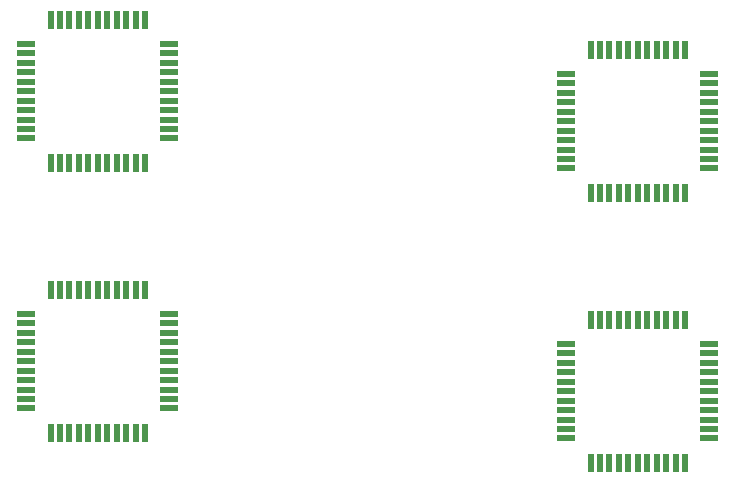
<source format=gbr>
%TF.GenerationSoftware,KiCad,Pcbnew,(6.0.2-0)*%
%TF.CreationDate,2022-06-16T00:13:51-05:00*%
%TF.ProjectId,stein gate pcb,73746569-6e20-4676-9174-65207063622e,rev?*%
%TF.SameCoordinates,Original*%
%TF.FileFunction,Paste,Top*%
%TF.FilePolarity,Positive*%
%FSLAX46Y46*%
G04 Gerber Fmt 4.6, Leading zero omitted, Abs format (unit mm)*
G04 Created by KiCad (PCBNEW (6.0.2-0)) date 2022-06-16 00:13:51*
%MOMM*%
%LPD*%
G01*
G04 APERTURE LIST*
%ADD10R,1.500000X0.520000*%
%ADD11R,0.520000X1.500000*%
G04 APERTURE END LIST*
D10*
%TO.C,U1*%
X112730000Y-113220000D03*
X112730000Y-112420000D03*
X112730000Y-111620000D03*
X112730000Y-110820000D03*
X112730000Y-110020000D03*
X112730000Y-109220000D03*
X112730000Y-108420000D03*
X112730000Y-107620000D03*
X112730000Y-106820000D03*
X112730000Y-106020000D03*
X112730000Y-105220000D03*
D11*
X110680000Y-103170000D03*
X109880000Y-103170000D03*
X109080000Y-103170000D03*
X108280000Y-103170000D03*
X107480000Y-103170000D03*
X106680000Y-103170000D03*
X105880000Y-103170000D03*
X105080000Y-103170000D03*
X104280000Y-103170000D03*
X103480000Y-103170000D03*
X102680000Y-103170000D03*
D10*
X100630000Y-105220000D03*
X100630000Y-106020000D03*
X100630000Y-106820000D03*
X100630000Y-107620000D03*
X100630000Y-108420000D03*
X100630000Y-109220000D03*
X100630000Y-110020000D03*
X100630000Y-110820000D03*
X100630000Y-111620000D03*
X100630000Y-112420000D03*
X100630000Y-113220000D03*
D11*
X102680000Y-115270000D03*
X103480000Y-115270000D03*
X104280000Y-115270000D03*
X105080000Y-115270000D03*
X105880000Y-115270000D03*
X106680000Y-115270000D03*
X107480000Y-115270000D03*
X108280000Y-115270000D03*
X109080000Y-115270000D03*
X109880000Y-115270000D03*
X110680000Y-115270000D03*
%TD*%
D10*
%TO.C,U5*%
X158450000Y-92900000D03*
X158450000Y-92100000D03*
X158450000Y-91300000D03*
X158450000Y-90500000D03*
X158450000Y-89700000D03*
X158450000Y-88900000D03*
X158450000Y-88100000D03*
X158450000Y-87300000D03*
X158450000Y-86500000D03*
X158450000Y-85700000D03*
X158450000Y-84900000D03*
D11*
X156400000Y-82850000D03*
X155600000Y-82850000D03*
X154800000Y-82850000D03*
X154000000Y-82850000D03*
X153200000Y-82850000D03*
X152400000Y-82850000D03*
X151600000Y-82850000D03*
X150800000Y-82850000D03*
X150000000Y-82850000D03*
X149200000Y-82850000D03*
X148400000Y-82850000D03*
D10*
X146350000Y-84900000D03*
X146350000Y-85700000D03*
X146350000Y-86500000D03*
X146350000Y-87300000D03*
X146350000Y-88100000D03*
X146350000Y-88900000D03*
X146350000Y-89700000D03*
X146350000Y-90500000D03*
X146350000Y-91300000D03*
X146350000Y-92100000D03*
X146350000Y-92900000D03*
D11*
X148400000Y-94950000D03*
X149200000Y-94950000D03*
X150000000Y-94950000D03*
X150800000Y-94950000D03*
X151600000Y-94950000D03*
X152400000Y-94950000D03*
X153200000Y-94950000D03*
X154000000Y-94950000D03*
X154800000Y-94950000D03*
X155600000Y-94950000D03*
X156400000Y-94950000D03*
%TD*%
D10*
%TO.C,U3*%
X112730000Y-90360000D03*
X112730000Y-89560000D03*
X112730000Y-88760000D03*
X112730000Y-87960000D03*
X112730000Y-87160000D03*
X112730000Y-86360000D03*
X112730000Y-85560000D03*
X112730000Y-84760000D03*
X112730000Y-83960000D03*
X112730000Y-83160000D03*
X112730000Y-82360000D03*
D11*
X110680000Y-80310000D03*
X109880000Y-80310000D03*
X109080000Y-80310000D03*
X108280000Y-80310000D03*
X107480000Y-80310000D03*
X106680000Y-80310000D03*
X105880000Y-80310000D03*
X105080000Y-80310000D03*
X104280000Y-80310000D03*
X103480000Y-80310000D03*
X102680000Y-80310000D03*
D10*
X100630000Y-82360000D03*
X100630000Y-83160000D03*
X100630000Y-83960000D03*
X100630000Y-84760000D03*
X100630000Y-85560000D03*
X100630000Y-86360000D03*
X100630000Y-87160000D03*
X100630000Y-87960000D03*
X100630000Y-88760000D03*
X100630000Y-89560000D03*
X100630000Y-90360000D03*
D11*
X102680000Y-92410000D03*
X103480000Y-92410000D03*
X104280000Y-92410000D03*
X105080000Y-92410000D03*
X105880000Y-92410000D03*
X106680000Y-92410000D03*
X107480000Y-92410000D03*
X108280000Y-92410000D03*
X109080000Y-92410000D03*
X109880000Y-92410000D03*
X110680000Y-92410000D03*
%TD*%
D10*
%TO.C,U4*%
X158450000Y-115760000D03*
X158450000Y-114960000D03*
X158450000Y-114160000D03*
X158450000Y-113360000D03*
X158450000Y-112560000D03*
X158450000Y-111760000D03*
X158450000Y-110960000D03*
X158450000Y-110160000D03*
X158450000Y-109360000D03*
X158450000Y-108560000D03*
X158450000Y-107760000D03*
D11*
X156400000Y-105710000D03*
X155600000Y-105710000D03*
X154800000Y-105710000D03*
X154000000Y-105710000D03*
X153200000Y-105710000D03*
X152400000Y-105710000D03*
X151600000Y-105710000D03*
X150800000Y-105710000D03*
X150000000Y-105710000D03*
X149200000Y-105710000D03*
X148400000Y-105710000D03*
D10*
X146350000Y-107760000D03*
X146350000Y-108560000D03*
X146350000Y-109360000D03*
X146350000Y-110160000D03*
X146350000Y-110960000D03*
X146350000Y-111760000D03*
X146350000Y-112560000D03*
X146350000Y-113360000D03*
X146350000Y-114160000D03*
X146350000Y-114960000D03*
X146350000Y-115760000D03*
D11*
X148400000Y-117810000D03*
X149200000Y-117810000D03*
X150000000Y-117810000D03*
X150800000Y-117810000D03*
X151600000Y-117810000D03*
X152400000Y-117810000D03*
X153200000Y-117810000D03*
X154000000Y-117810000D03*
X154800000Y-117810000D03*
X155600000Y-117810000D03*
X156400000Y-117810000D03*
%TD*%
M02*

</source>
